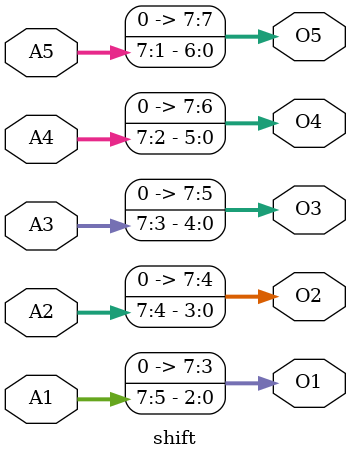
<source format=v>
module shift(A1, A2, A3, A4, A5, O1, O2, O3 , O4, O5);
	input [7:0] A1, A2, A3, A4, A5;
	output [7:0] O1, O2, O3, O4, O5;

	assign O1 = A1 >> 3'b101;
	assign O2 = A2 >> 3'b100;
	assign O3 = A3 >> 3'b011;
	assign O4 = A4 >> 3'b010;
	assign O5 = A5 >> 3'b001;
endmodule


</source>
